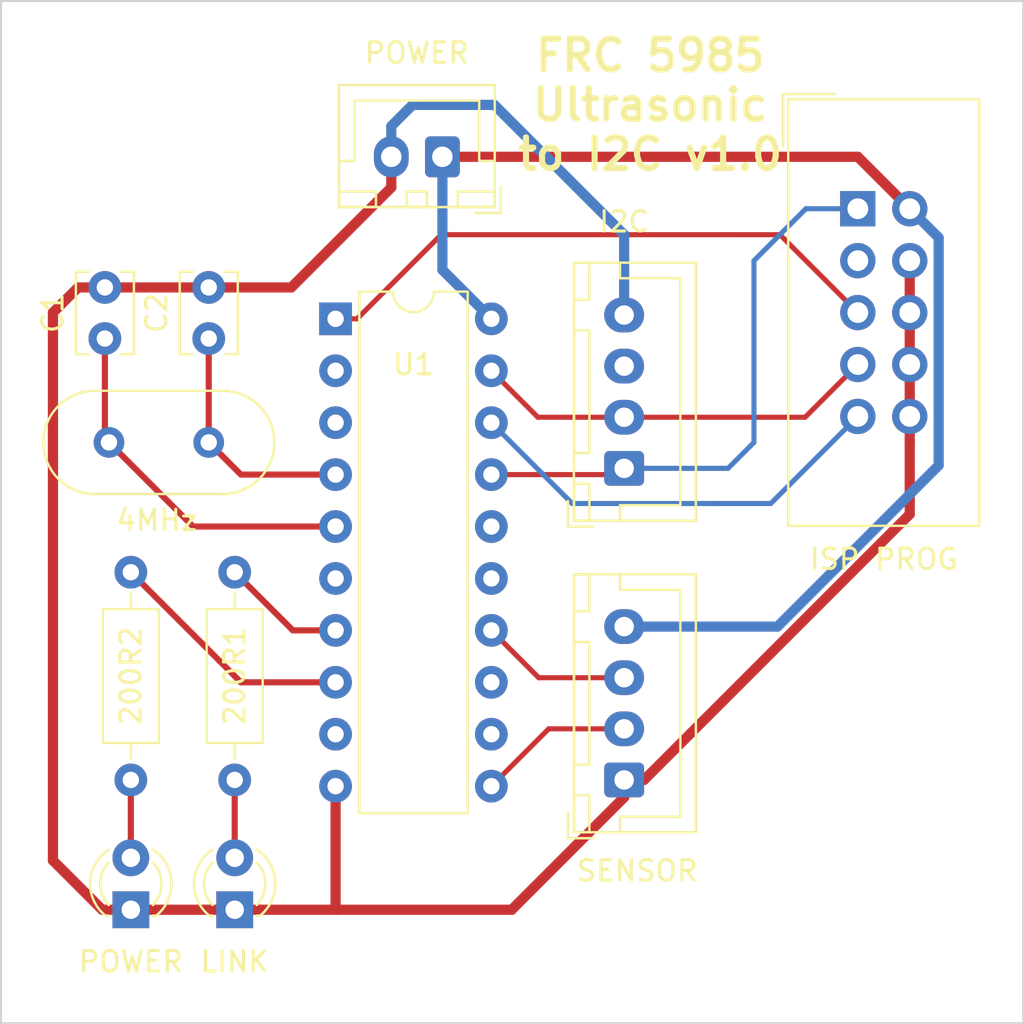
<source format=kicad_pcb>
(kicad_pcb (version 20171130) (host pcbnew "(5.1.5)-3")

  (general
    (thickness 1.6)
    (drawings 5)
    (tracks 78)
    (zones 0)
    (modules 14)
    (nets 25)
  )

  (page A4)
  (layers
    (0 F.Cu signal)
    (31 B.Cu signal)
    (32 B.Adhes user)
    (33 F.Adhes user)
    (34 B.Paste user)
    (35 F.Paste user)
    (36 B.SilkS user)
    (37 F.SilkS user)
    (38 B.Mask user)
    (39 F.Mask user)
    (40 Dwgs.User user)
    (41 Cmts.User user)
    (42 Eco1.User user)
    (43 Eco2.User user)
    (44 Edge.Cuts user)
    (45 Margin user)
    (46 B.CrtYd user)
    (47 F.CrtYd user)
    (48 B.Fab user)
    (49 F.Fab user hide)
  )

  (setup
    (last_trace_width 0.5)
    (user_trace_width 0.5)
    (trace_clearance 0.3)
    (zone_clearance 0.508)
    (zone_45_only no)
    (trace_min 0.2)
    (via_size 0.8)
    (via_drill 0.4)
    (via_min_size 0.7)
    (via_min_drill 0.35)
    (uvia_size 0.8)
    (uvia_drill 0.4)
    (uvias_allowed no)
    (uvia_min_size 0.7)
    (uvia_min_drill 0.35)
    (edge_width 0.05)
    (segment_width 0.2)
    (pcb_text_width 0.3)
    (pcb_text_size 1.5 1.5)
    (mod_edge_width 0.12)
    (mod_text_size 1 1)
    (mod_text_width 0.15)
    (pad_size 3.2 3.2)
    (pad_drill 3.2)
    (pad_to_mask_clearance 0.051)
    (solder_mask_min_width 0.25)
    (aux_axis_origin 0 0)
    (visible_elements 7FFFFFFF)
    (pcbplotparams
      (layerselection 0x010f0_ffffffff)
      (usegerberextensions false)
      (usegerberattributes false)
      (usegerberadvancedattributes false)
      (creategerberjobfile false)
      (excludeedgelayer true)
      (linewidth 0.100000)
      (plotframeref false)
      (viasonmask false)
      (mode 1)
      (useauxorigin false)
      (hpglpennumber 1)
      (hpglpenspeed 20)
      (hpglpendiameter 15.000000)
      (psnegative false)
      (psa4output false)
      (plotreference true)
      (plotvalue true)
      (plotinvisibletext false)
      (padsonsilk false)
      (subtractmaskfromsilk false)
      (outputformat 1)
      (mirror false)
      (drillshape 0)
      (scaleselection 1)
      (outputdirectory "Gerber/"))
  )

  (net 0 "")
  (net 1 "Net-(200R1-Pad1)")
  (net 2 "Net-(200R1-Pad2)")
  (net 3 "Net-(200R2-Pad2)")
  (net 4 "Net-(200R2-Pad1)")
  (net 5 "Net-(4MHz1-Pad1)")
  (net 6 "Net-(4MHz1-Pad2)")
  (net 7 "Net-(I2C_Bus1-Pad1)")
  (net 8 "Net-(I2C_Bus1-Pad2)")
  (net 9 "Net-(I2C_Bus1-Pad3)")
  (net 10 GND)
  (net 11 +5V)
  (net 12 "Net-(J1-Pad3)")
  (net 13 "Net-(J1-Pad5)")
  (net 14 "Net-(J1-Pad9)")
  (net 15 "Net-(U1-Pad11)")
  (net 16 "Net-(U1-Pad2)")
  (net 17 "Net-(U1-Pad12)")
  (net 18 "Net-(U1-Pad3)")
  (net 19 "Net-(U1-Pad13)")
  (net 20 "Net-(U1-Pad14)")
  (net 21 "Net-(U1-Pad15)")
  (net 22 "Net-(U1-Pad6)")
  (net 23 "Net-(U1-Pad16)")
  (net 24 "Net-(U1-Pad9)")

  (net_class Default "This is the default net class."
    (clearance 0.3)
    (trace_width 0.3)
    (via_dia 0.8)
    (via_drill 0.4)
    (uvia_dia 0.8)
    (uvia_drill 0.4)
    (diff_pair_width 0.3)
    (diff_pair_gap 0.3)
    (add_net +5V)
    (add_net GND)
    (add_net "Net-(200R1-Pad1)")
    (add_net "Net-(200R1-Pad2)")
    (add_net "Net-(200R2-Pad1)")
    (add_net "Net-(200R2-Pad2)")
    (add_net "Net-(4MHz1-Pad1)")
    (add_net "Net-(4MHz1-Pad2)")
    (add_net "Net-(I2C_Bus1-Pad1)")
    (add_net "Net-(I2C_Bus1-Pad2)")
    (add_net "Net-(I2C_Bus1-Pad3)")
    (add_net "Net-(J1-Pad3)")
    (add_net "Net-(J1-Pad5)")
    (add_net "Net-(J1-Pad9)")
    (add_net "Net-(U1-Pad11)")
    (add_net "Net-(U1-Pad12)")
    (add_net "Net-(U1-Pad13)")
    (add_net "Net-(U1-Pad14)")
    (add_net "Net-(U1-Pad15)")
    (add_net "Net-(U1-Pad16)")
    (add_net "Net-(U1-Pad2)")
    (add_net "Net-(U1-Pad3)")
    (add_net "Net-(U1-Pad6)")
    (add_net "Net-(U1-Pad9)")
  )

  (module MountingHole:MountingHole_3.2mm_M3_DIN965 (layer F.Cu) (tedit 56D1B4CB) (tstamp 5E3F4DFE)
    (at 163.83 115.57)
    (descr "Mounting Hole 3.2mm, no annular, M3, DIN965")
    (tags "mounting hole 3.2mm no annular m3 din965")
    (attr virtual)
    (fp_text reference " " (at 0 -3.8) (layer F.SilkS)
      (effects (font (size 1 1) (thickness 0.15)))
    )
    (fp_text value MountingHole_3.2mm_M3_DIN965 (at 0 3.8) (layer F.Fab)
      (effects (font (size 1 1) (thickness 0.15)))
    )
    (fp_circle (center 0 0) (end 3.05 0) (layer F.CrtYd) (width 0.05))
    (fp_circle (center 0 0) (end 2.8 0) (layer Cmts.User) (width 0.15))
    (fp_text user %R (at 0.3 0) (layer F.Fab)
      (effects (font (size 1 1) (thickness 0.15)))
    )
    (pad 1 np_thru_hole circle (at 0 0) (size 3.2 3.2) (drill 3.2) (layers *.Cu *.Mask))
  )

  (module MountingHole:MountingHole_3.2mm_M3_DIN965 (layer F.Cu) (tedit 56D1B4CB) (tstamp 5E3F4DDA)
    (at 129.54 80.01)
    (descr "Mounting Hole 3.2mm, no annular, M3, DIN965")
    (tags "mounting hole 3.2mm no annular m3 din965")
    (attr virtual)
    (fp_text reference " " (at 0 -3.8) (layer F.SilkS)
      (effects (font (size 1 1) (thickness 0.15)))
    )
    (fp_text value MountingHole_3.2mm_M3_DIN965 (at 0 3.8) (layer F.Fab)
      (effects (font (size 1 1) (thickness 0.15)))
    )
    (fp_circle (center 0 0) (end 3.05 0) (layer F.CrtYd) (width 0.05))
    (fp_circle (center 0 0) (end 2.8 0) (layer Cmts.User) (width 0.15))
    (fp_text user %R (at 0.3 0) (layer F.Fab)
      (effects (font (size 1 1) (thickness 0.15)))
    )
    (pad 1 np_thru_hole circle (at 0 0) (size 3.2 3.2) (drill 3.2) (layers *.Cu *.Mask))
  )

  (module Resistor_THT:R_Axial_DIN0207_L6.3mm_D2.5mm_P10.16mm_Horizontal (layer F.Cu) (tedit 5AE5139B) (tstamp 5E3D42D8)
    (at 128.27 111.76 90)
    (descr "Resistor, Axial_DIN0207 series, Axial, Horizontal, pin pitch=10.16mm, 0.25W = 1/4W, length*diameter=6.3*2.5mm^2, http://cdn-reichelt.de/documents/datenblatt/B400/1_4W%23YAG.pdf")
    (tags "Resistor Axial_DIN0207 series Axial Horizontal pin pitch 10.16mm 0.25W = 1/4W length 6.3mm diameter 2.5mm")
    (path /5E3CADCA)
    (fp_text reference 200R2 (at 5.08 0 90) (layer F.SilkS)
      (effects (font (size 1 1) (thickness 0.15)))
    )
    (fp_text value R (at 5.08 2.37 90) (layer F.Fab)
      (effects (font (size 1 1) (thickness 0.15)))
    )
    (fp_text user %R (at 5.08 0 90) (layer F.Fab)
      (effects (font (size 1 1) (thickness 0.15)))
    )
    (fp_line (start 11.21 -1.5) (end -1.05 -1.5) (layer F.CrtYd) (width 0.05))
    (fp_line (start 11.21 1.5) (end 11.21 -1.5) (layer F.CrtYd) (width 0.05))
    (fp_line (start -1.05 1.5) (end 11.21 1.5) (layer F.CrtYd) (width 0.05))
    (fp_line (start -1.05 -1.5) (end -1.05 1.5) (layer F.CrtYd) (width 0.05))
    (fp_line (start 9.12 0) (end 8.35 0) (layer F.SilkS) (width 0.12))
    (fp_line (start 1.04 0) (end 1.81 0) (layer F.SilkS) (width 0.12))
    (fp_line (start 8.35 -1.37) (end 1.81 -1.37) (layer F.SilkS) (width 0.12))
    (fp_line (start 8.35 1.37) (end 8.35 -1.37) (layer F.SilkS) (width 0.12))
    (fp_line (start 1.81 1.37) (end 8.35 1.37) (layer F.SilkS) (width 0.12))
    (fp_line (start 1.81 -1.37) (end 1.81 1.37) (layer F.SilkS) (width 0.12))
    (fp_line (start 10.16 0) (end 8.23 0) (layer F.Fab) (width 0.1))
    (fp_line (start 0 0) (end 1.93 0) (layer F.Fab) (width 0.1))
    (fp_line (start 8.23 -1.25) (end 1.93 -1.25) (layer F.Fab) (width 0.1))
    (fp_line (start 8.23 1.25) (end 8.23 -1.25) (layer F.Fab) (width 0.1))
    (fp_line (start 1.93 1.25) (end 8.23 1.25) (layer F.Fab) (width 0.1))
    (fp_line (start 1.93 -1.25) (end 1.93 1.25) (layer F.Fab) (width 0.1))
    (pad 2 thru_hole oval (at 10.16 0 90) (size 1.6 1.6) (drill 0.8) (layers *.Cu *.Mask)
      (net 3 "Net-(200R2-Pad2)"))
    (pad 1 thru_hole circle (at 0 0 90) (size 1.6 1.6) (drill 0.8) (layers *.Cu *.Mask)
      (net 4 "Net-(200R2-Pad1)"))
    (model ${KISYS3DMOD}/Resistor_THT.3dshapes/R_Axial_DIN0207_L6.3mm_D2.5mm_P10.16mm_Horizontal.wrl
      (at (xyz 0 0 0))
      (scale (xyz 1 1 1))
      (rotate (xyz 0 0 0))
    )
  )

  (module Resistor_THT:R_Axial_DIN0207_L6.3mm_D2.5mm_P10.16mm_Horizontal (layer F.Cu) (tedit 5AE5139B) (tstamp 5E3D42C1)
    (at 133.35 111.76 90)
    (descr "Resistor, Axial_DIN0207 series, Axial, Horizontal, pin pitch=10.16mm, 0.25W = 1/4W, length*diameter=6.3*2.5mm^2, http://cdn-reichelt.de/documents/datenblatt/B400/1_4W%23YAG.pdf")
    (tags "Resistor Axial_DIN0207 series Axial Horizontal pin pitch 10.16mm 0.25W = 1/4W length 6.3mm diameter 2.5mm")
    (path /5E3CA9F6)
    (fp_text reference 200R1 (at 5.08 0 90) (layer F.SilkS)
      (effects (font (size 1 1) (thickness 0.15)))
    )
    (fp_text value R (at 5.08 2.37 90) (layer F.Fab)
      (effects (font (size 1 1) (thickness 0.15)))
    )
    (fp_line (start 1.93 -1.25) (end 1.93 1.25) (layer F.Fab) (width 0.1))
    (fp_line (start 1.93 1.25) (end 8.23 1.25) (layer F.Fab) (width 0.1))
    (fp_line (start 8.23 1.25) (end 8.23 -1.25) (layer F.Fab) (width 0.1))
    (fp_line (start 8.23 -1.25) (end 1.93 -1.25) (layer F.Fab) (width 0.1))
    (fp_line (start 0 0) (end 1.93 0) (layer F.Fab) (width 0.1))
    (fp_line (start 10.16 0) (end 8.23 0) (layer F.Fab) (width 0.1))
    (fp_line (start 1.81 -1.37) (end 1.81 1.37) (layer F.SilkS) (width 0.12))
    (fp_line (start 1.81 1.37) (end 8.35 1.37) (layer F.SilkS) (width 0.12))
    (fp_line (start 8.35 1.37) (end 8.35 -1.37) (layer F.SilkS) (width 0.12))
    (fp_line (start 8.35 -1.37) (end 1.81 -1.37) (layer F.SilkS) (width 0.12))
    (fp_line (start 1.04 0) (end 1.81 0) (layer F.SilkS) (width 0.12))
    (fp_line (start 9.12 0) (end 8.35 0) (layer F.SilkS) (width 0.12))
    (fp_line (start -1.05 -1.5) (end -1.05 1.5) (layer F.CrtYd) (width 0.05))
    (fp_line (start -1.05 1.5) (end 11.21 1.5) (layer F.CrtYd) (width 0.05))
    (fp_line (start 11.21 1.5) (end 11.21 -1.5) (layer F.CrtYd) (width 0.05))
    (fp_line (start 11.21 -1.5) (end -1.05 -1.5) (layer F.CrtYd) (width 0.05))
    (fp_text user %R (at 5.08 0 90) (layer F.Fab)
      (effects (font (size 1 1) (thickness 0.15)))
    )
    (pad 1 thru_hole circle (at 0 0 90) (size 1.6 1.6) (drill 0.8) (layers *.Cu *.Mask)
      (net 1 "Net-(200R1-Pad1)"))
    (pad 2 thru_hole oval (at 10.16 0 90) (size 1.6 1.6) (drill 0.8) (layers *.Cu *.Mask)
      (net 2 "Net-(200R1-Pad2)"))
    (model ${KISYS3DMOD}/Resistor_THT.3dshapes/R_Axial_DIN0207_L6.3mm_D2.5mm_P10.16mm_Horizontal.wrl
      (at (xyz 0 0 0))
      (scale (xyz 1 1 1))
      (rotate (xyz 0 0 0))
    )
  )

  (module Crystal:Crystal_HC49-U_Vertical (layer F.Cu) (tedit 5A1AD3B8) (tstamp 5E3D42EF)
    (at 127.2 95.25)
    (descr "Crystal THT HC-49/U http://5hertz.com/pdfs/04404_D.pdf")
    (tags "THT crystalHC-49/U")
    (path /5E3C8580)
    (fp_text reference 4MHz (at 2.34 3.81) (layer F.SilkS)
      (effects (font (size 1 1) (thickness 0.15)))
    )
    (fp_text value Crystal (at 2.44 3.525) (layer F.Fab)
      (effects (font (size 1 1) (thickness 0.15)))
    )
    (fp_text user %R (at 2.44 0) (layer F.Fab)
      (effects (font (size 1 1) (thickness 0.15)))
    )
    (fp_line (start -0.685 -2.325) (end 5.565 -2.325) (layer F.Fab) (width 0.1))
    (fp_line (start -0.685 2.325) (end 5.565 2.325) (layer F.Fab) (width 0.1))
    (fp_line (start -0.56 -2) (end 5.44 -2) (layer F.Fab) (width 0.1))
    (fp_line (start -0.56 2) (end 5.44 2) (layer F.Fab) (width 0.1))
    (fp_line (start -0.685 -2.525) (end 5.565 -2.525) (layer F.SilkS) (width 0.12))
    (fp_line (start -0.685 2.525) (end 5.565 2.525) (layer F.SilkS) (width 0.12))
    (fp_line (start -3.5 -2.8) (end -3.5 2.8) (layer F.CrtYd) (width 0.05))
    (fp_line (start -3.5 2.8) (end 8.4 2.8) (layer F.CrtYd) (width 0.05))
    (fp_line (start 8.4 2.8) (end 8.4 -2.8) (layer F.CrtYd) (width 0.05))
    (fp_line (start 8.4 -2.8) (end -3.5 -2.8) (layer F.CrtYd) (width 0.05))
    (fp_arc (start -0.685 0) (end -0.685 -2.325) (angle -180) (layer F.Fab) (width 0.1))
    (fp_arc (start 5.565 0) (end 5.565 -2.325) (angle 180) (layer F.Fab) (width 0.1))
    (fp_arc (start -0.56 0) (end -0.56 -2) (angle -180) (layer F.Fab) (width 0.1))
    (fp_arc (start 5.44 0) (end 5.44 -2) (angle 180) (layer F.Fab) (width 0.1))
    (fp_arc (start -0.685 0) (end -0.685 -2.525) (angle -180) (layer F.SilkS) (width 0.12))
    (fp_arc (start 5.565 0) (end 5.565 -2.525) (angle 180) (layer F.SilkS) (width 0.12))
    (pad 1 thru_hole circle (at 0 0) (size 1.5 1.5) (drill 0.8) (layers *.Cu *.Mask)
      (net 5 "Net-(4MHz1-Pad1)"))
    (pad 2 thru_hole circle (at 4.88 0) (size 1.5 1.5) (drill 0.8) (layers *.Cu *.Mask)
      (net 6 "Net-(4MHz1-Pad2)"))
    (model ${KISYS3DMOD}/Crystal.3dshapes/Crystal_HC49-U_Vertical.wrl
      (at (xyz 0 0 0))
      (scale (xyz 1 1 1))
      (rotate (xyz 0 0 0))
    )
  )

  (module Capacitor_THT:C_Disc_D3.8mm_W2.6mm_P2.50mm (layer F.Cu) (tedit 5AE50EF0) (tstamp 5E3D4304)
    (at 127 90.17 90)
    (descr "C, Disc series, Radial, pin pitch=2.50mm, , diameter*width=3.8*2.6mm^2, Capacitor, http://www.vishay.com/docs/45233/krseries.pdf")
    (tags "C Disc series Radial pin pitch 2.50mm  diameter 3.8mm width 2.6mm Capacitor")
    (path /5E3C8CC4)
    (fp_text reference C1 (at 1.25 -2.55 90) (layer F.SilkS)
      (effects (font (size 1 1) (thickness 0.15)))
    )
    (fp_text value C (at 1.25 2.55 90) (layer F.Fab)
      (effects (font (size 1 1) (thickness 0.15)))
    )
    (fp_line (start -0.65 -1.3) (end -0.65 1.3) (layer F.Fab) (width 0.1))
    (fp_line (start -0.65 1.3) (end 3.15 1.3) (layer F.Fab) (width 0.1))
    (fp_line (start 3.15 1.3) (end 3.15 -1.3) (layer F.Fab) (width 0.1))
    (fp_line (start 3.15 -1.3) (end -0.65 -1.3) (layer F.Fab) (width 0.1))
    (fp_line (start -0.77 -1.42) (end 3.27 -1.42) (layer F.SilkS) (width 0.12))
    (fp_line (start -0.77 1.42) (end 3.27 1.42) (layer F.SilkS) (width 0.12))
    (fp_line (start -0.77 -1.42) (end -0.77 -0.795) (layer F.SilkS) (width 0.12))
    (fp_line (start -0.77 0.795) (end -0.77 1.42) (layer F.SilkS) (width 0.12))
    (fp_line (start 3.27 -1.42) (end 3.27 -0.795) (layer F.SilkS) (width 0.12))
    (fp_line (start 3.27 0.795) (end 3.27 1.42) (layer F.SilkS) (width 0.12))
    (fp_line (start -1.05 -1.55) (end -1.05 1.55) (layer F.CrtYd) (width 0.05))
    (fp_line (start -1.05 1.55) (end 3.55 1.55) (layer F.CrtYd) (width 0.05))
    (fp_line (start 3.55 1.55) (end 3.55 -1.55) (layer F.CrtYd) (width 0.05))
    (fp_line (start 3.55 -1.55) (end -1.05 -1.55) (layer F.CrtYd) (width 0.05))
    (fp_text user %R (at 1.25 0 90) (layer F.Fab)
      (effects (font (size 0.76 0.76) (thickness 0.114)))
    )
    (pad 1 thru_hole circle (at 0 0 90) (size 1.6 1.6) (drill 0.8) (layers *.Cu *.Mask)
      (net 5 "Net-(4MHz1-Pad1)"))
    (pad 2 thru_hole circle (at 2.5 0 90) (size 1.6 1.6) (drill 0.8) (layers *.Cu *.Mask)
      (net 10 GND))
    (model ${KISYS3DMOD}/Capacitor_THT.3dshapes/C_Disc_D3.8mm_W2.6mm_P2.50mm.wrl
      (at (xyz 0 0 0))
      (scale (xyz 1 1 1))
      (rotate (xyz 0 0 0))
    )
  )

  (module Capacitor_THT:C_Disc_D3.8mm_W2.6mm_P2.50mm (layer F.Cu) (tedit 5AE50EF0) (tstamp 5E3D4319)
    (at 132.08 90.17 90)
    (descr "C, Disc series, Radial, pin pitch=2.50mm, , diameter*width=3.8*2.6mm^2, Capacitor, http://www.vishay.com/docs/45233/krseries.pdf")
    (tags "C Disc series Radial pin pitch 2.50mm  diameter 3.8mm width 2.6mm Capacitor")
    (path /5E3C9297)
    (fp_text reference C2 (at 1.25 -2.55 90) (layer F.SilkS)
      (effects (font (size 1 1) (thickness 0.15)))
    )
    (fp_text value C (at 1.25 2.55 90) (layer F.Fab)
      (effects (font (size 1 1) (thickness 0.15)))
    )
    (fp_text user %R (at 1.25 0 90) (layer F.Fab)
      (effects (font (size 0.76 0.76) (thickness 0.114)))
    )
    (fp_line (start 3.55 -1.55) (end -1.05 -1.55) (layer F.CrtYd) (width 0.05))
    (fp_line (start 3.55 1.55) (end 3.55 -1.55) (layer F.CrtYd) (width 0.05))
    (fp_line (start -1.05 1.55) (end 3.55 1.55) (layer F.CrtYd) (width 0.05))
    (fp_line (start -1.05 -1.55) (end -1.05 1.55) (layer F.CrtYd) (width 0.05))
    (fp_line (start 3.27 0.795) (end 3.27 1.42) (layer F.SilkS) (width 0.12))
    (fp_line (start 3.27 -1.42) (end 3.27 -0.795) (layer F.SilkS) (width 0.12))
    (fp_line (start -0.77 0.795) (end -0.77 1.42) (layer F.SilkS) (width 0.12))
    (fp_line (start -0.77 -1.42) (end -0.77 -0.795) (layer F.SilkS) (width 0.12))
    (fp_line (start -0.77 1.42) (end 3.27 1.42) (layer F.SilkS) (width 0.12))
    (fp_line (start -0.77 -1.42) (end 3.27 -1.42) (layer F.SilkS) (width 0.12))
    (fp_line (start 3.15 -1.3) (end -0.65 -1.3) (layer F.Fab) (width 0.1))
    (fp_line (start 3.15 1.3) (end 3.15 -1.3) (layer F.Fab) (width 0.1))
    (fp_line (start -0.65 1.3) (end 3.15 1.3) (layer F.Fab) (width 0.1))
    (fp_line (start -0.65 -1.3) (end -0.65 1.3) (layer F.Fab) (width 0.1))
    (pad 2 thru_hole circle (at 2.5 0 90) (size 1.6 1.6) (drill 0.8) (layers *.Cu *.Mask)
      (net 10 GND))
    (pad 1 thru_hole circle (at 0 0 90) (size 1.6 1.6) (drill 0.8) (layers *.Cu *.Mask)
      (net 6 "Net-(4MHz1-Pad2)"))
    (model ${KISYS3DMOD}/Capacitor_THT.3dshapes/C_Disc_D3.8mm_W2.6mm_P2.50mm.wrl
      (at (xyz 0 0 0))
      (scale (xyz 1 1 1))
      (rotate (xyz 0 0 0))
    )
  )

  (module Connector_JST:JST_XH_B4B-XH-A_1x04_P2.50mm_Vertical (layer F.Cu) (tedit 5C28146C) (tstamp 5E3D4344)
    (at 152.4 96.52 90)
    (descr "JST XH series connector, B4B-XH-A (http://www.jst-mfg.com/product/pdf/eng/eXH.pdf), generated with kicad-footprint-generator")
    (tags "connector JST XH vertical")
    (path /5E3CC5F9)
    (fp_text reference I2C (at 12.065 0 180) (layer F.SilkS)
      (effects (font (size 1 1) (thickness 0.15)))
    )
    (fp_text value Conn_01x04_Male (at 3.75 4.6 90) (layer F.Fab)
      (effects (font (size 1 1) (thickness 0.15)))
    )
    (fp_line (start -2.45 -2.35) (end -2.45 3.4) (layer F.Fab) (width 0.1))
    (fp_line (start -2.45 3.4) (end 9.95 3.4) (layer F.Fab) (width 0.1))
    (fp_line (start 9.95 3.4) (end 9.95 -2.35) (layer F.Fab) (width 0.1))
    (fp_line (start 9.95 -2.35) (end -2.45 -2.35) (layer F.Fab) (width 0.1))
    (fp_line (start -2.56 -2.46) (end -2.56 3.51) (layer F.SilkS) (width 0.12))
    (fp_line (start -2.56 3.51) (end 10.06 3.51) (layer F.SilkS) (width 0.12))
    (fp_line (start 10.06 3.51) (end 10.06 -2.46) (layer F.SilkS) (width 0.12))
    (fp_line (start 10.06 -2.46) (end -2.56 -2.46) (layer F.SilkS) (width 0.12))
    (fp_line (start -2.95 -2.85) (end -2.95 3.9) (layer F.CrtYd) (width 0.05))
    (fp_line (start -2.95 3.9) (end 10.45 3.9) (layer F.CrtYd) (width 0.05))
    (fp_line (start 10.45 3.9) (end 10.45 -2.85) (layer F.CrtYd) (width 0.05))
    (fp_line (start 10.45 -2.85) (end -2.95 -2.85) (layer F.CrtYd) (width 0.05))
    (fp_line (start -0.625 -2.35) (end 0 -1.35) (layer F.Fab) (width 0.1))
    (fp_line (start 0 -1.35) (end 0.625 -2.35) (layer F.Fab) (width 0.1))
    (fp_line (start 0.75 -2.45) (end 0.75 -1.7) (layer F.SilkS) (width 0.12))
    (fp_line (start 0.75 -1.7) (end 6.75 -1.7) (layer F.SilkS) (width 0.12))
    (fp_line (start 6.75 -1.7) (end 6.75 -2.45) (layer F.SilkS) (width 0.12))
    (fp_line (start 6.75 -2.45) (end 0.75 -2.45) (layer F.SilkS) (width 0.12))
    (fp_line (start -2.55 -2.45) (end -2.55 -1.7) (layer F.SilkS) (width 0.12))
    (fp_line (start -2.55 -1.7) (end -0.75 -1.7) (layer F.SilkS) (width 0.12))
    (fp_line (start -0.75 -1.7) (end -0.75 -2.45) (layer F.SilkS) (width 0.12))
    (fp_line (start -0.75 -2.45) (end -2.55 -2.45) (layer F.SilkS) (width 0.12))
    (fp_line (start 8.25 -2.45) (end 8.25 -1.7) (layer F.SilkS) (width 0.12))
    (fp_line (start 8.25 -1.7) (end 10.05 -1.7) (layer F.SilkS) (width 0.12))
    (fp_line (start 10.05 -1.7) (end 10.05 -2.45) (layer F.SilkS) (width 0.12))
    (fp_line (start 10.05 -2.45) (end 8.25 -2.45) (layer F.SilkS) (width 0.12))
    (fp_line (start -2.55 -0.2) (end -1.8 -0.2) (layer F.SilkS) (width 0.12))
    (fp_line (start -1.8 -0.2) (end -1.8 2.75) (layer F.SilkS) (width 0.12))
    (fp_line (start -1.8 2.75) (end 3.75 2.75) (layer F.SilkS) (width 0.12))
    (fp_line (start 10.05 -0.2) (end 9.3 -0.2) (layer F.SilkS) (width 0.12))
    (fp_line (start 9.3 -0.2) (end 9.3 2.75) (layer F.SilkS) (width 0.12))
    (fp_line (start 9.3 2.75) (end 3.75 2.75) (layer F.SilkS) (width 0.12))
    (fp_line (start -1.6 -2.75) (end -2.85 -2.75) (layer F.SilkS) (width 0.12))
    (fp_line (start -2.85 -2.75) (end -2.85 -1.5) (layer F.SilkS) (width 0.12))
    (fp_text user %R (at 3.75 2.7 90) (layer F.Fab)
      (effects (font (size 1 1) (thickness 0.15)))
    )
    (pad 1 thru_hole roundrect (at 0 0 90) (size 1.7 1.95) (drill 0.95) (layers *.Cu *.Mask) (roundrect_rratio 0.147059)
      (net 7 "Net-(I2C_Bus1-Pad1)"))
    (pad 2 thru_hole oval (at 2.5 0 90) (size 1.7 1.95) (drill 0.95) (layers *.Cu *.Mask)
      (net 8 "Net-(I2C_Bus1-Pad2)"))
    (pad 3 thru_hole oval (at 5 0 90) (size 1.7 1.95) (drill 0.95) (layers *.Cu *.Mask)
      (net 9 "Net-(I2C_Bus1-Pad3)"))
    (pad 4 thru_hole oval (at 7.5 0 90) (size 1.7 1.95) (drill 0.95) (layers *.Cu *.Mask)
      (net 10 GND))
    (model ${KISYS3DMOD}/Connector_JST.3dshapes/JST_XH_B4B-XH-A_1x04_P2.50mm_Vertical.wrl
      (at (xyz 0 0 0))
      (scale (xyz 1 1 1))
      (rotate (xyz 0 0 0))
    )
  )

  (module Connector_IDC:IDC-Header_2x05_P2.54mm_Vertical (layer F.Cu) (tedit 59DE0611) (tstamp 5E3D436C)
    (at 163.83 83.82)
    (descr "Through hole straight IDC box header, 2x05, 2.54mm pitch, double rows")
    (tags "Through hole IDC box header THT 2x05 2.54mm double row")
    (path /5E3CB7BB)
    (fp_text reference "ISP PROG" (at 1.27 17.145) (layer F.SilkS)
      (effects (font (size 1 1) (thickness 0.15)))
    )
    (fp_text value AVR-ISP-10 (at 1.27 16.764) (layer F.Fab)
      (effects (font (size 1 1) (thickness 0.15)))
    )
    (fp_text user %R (at 1.27 5.08) (layer F.Fab)
      (effects (font (size 1 1) (thickness 0.15)))
    )
    (fp_line (start 5.695 -5.1) (end 5.695 15.26) (layer F.Fab) (width 0.1))
    (fp_line (start 5.145 -4.56) (end 5.145 14.7) (layer F.Fab) (width 0.1))
    (fp_line (start -3.155 -5.1) (end -3.155 15.26) (layer F.Fab) (width 0.1))
    (fp_line (start -2.605 -4.56) (end -2.605 2.83) (layer F.Fab) (width 0.1))
    (fp_line (start -2.605 7.33) (end -2.605 14.7) (layer F.Fab) (width 0.1))
    (fp_line (start -2.605 2.83) (end -3.155 2.83) (layer F.Fab) (width 0.1))
    (fp_line (start -2.605 7.33) (end -3.155 7.33) (layer F.Fab) (width 0.1))
    (fp_line (start 5.695 -5.1) (end -3.155 -5.1) (layer F.Fab) (width 0.1))
    (fp_line (start 5.145 -4.56) (end -2.605 -4.56) (layer F.Fab) (width 0.1))
    (fp_line (start 5.695 15.26) (end -3.155 15.26) (layer F.Fab) (width 0.1))
    (fp_line (start 5.145 14.7) (end -2.605 14.7) (layer F.Fab) (width 0.1))
    (fp_line (start 5.695 -5.1) (end 5.145 -4.56) (layer F.Fab) (width 0.1))
    (fp_line (start 5.695 15.26) (end 5.145 14.7) (layer F.Fab) (width 0.1))
    (fp_line (start -3.155 -5.1) (end -2.605 -4.56) (layer F.Fab) (width 0.1))
    (fp_line (start -3.155 15.26) (end -2.605 14.7) (layer F.Fab) (width 0.1))
    (fp_line (start 5.95 -5.35) (end 5.95 15.51) (layer F.CrtYd) (width 0.05))
    (fp_line (start 5.95 15.51) (end -3.41 15.51) (layer F.CrtYd) (width 0.05))
    (fp_line (start -3.41 15.51) (end -3.41 -5.35) (layer F.CrtYd) (width 0.05))
    (fp_line (start -3.41 -5.35) (end 5.95 -5.35) (layer F.CrtYd) (width 0.05))
    (fp_line (start 5.945 -5.35) (end 5.945 15.51) (layer F.SilkS) (width 0.12))
    (fp_line (start 5.945 15.51) (end -3.405 15.51) (layer F.SilkS) (width 0.12))
    (fp_line (start -3.405 15.51) (end -3.405 -5.35) (layer F.SilkS) (width 0.12))
    (fp_line (start -3.405 -5.35) (end 5.945 -5.35) (layer F.SilkS) (width 0.12))
    (fp_line (start -3.655 -5.6) (end -3.655 -3.06) (layer F.SilkS) (width 0.12))
    (fp_line (start -3.655 -5.6) (end -1.115 -5.6) (layer F.SilkS) (width 0.12))
    (pad 1 thru_hole rect (at 0 0) (size 1.7272 1.7272) (drill 1.016) (layers *.Cu *.Mask)
      (net 7 "Net-(I2C_Bus1-Pad1)"))
    (pad 2 thru_hole oval (at 2.54 0) (size 1.7272 1.7272) (drill 1.016) (layers *.Cu *.Mask)
      (net 11 +5V))
    (pad 3 thru_hole oval (at 0 2.54) (size 1.7272 1.7272) (drill 1.016) (layers *.Cu *.Mask)
      (net 12 "Net-(J1-Pad3)"))
    (pad 4 thru_hole oval (at 2.54 2.54) (size 1.7272 1.7272) (drill 1.016) (layers *.Cu *.Mask)
      (net 10 GND))
    (pad 5 thru_hole oval (at 0 5.08) (size 1.7272 1.7272) (drill 1.016) (layers *.Cu *.Mask)
      (net 13 "Net-(J1-Pad5)"))
    (pad 6 thru_hole oval (at 2.54 5.08) (size 1.7272 1.7272) (drill 1.016) (layers *.Cu *.Mask)
      (net 10 GND))
    (pad 7 thru_hole oval (at 0 7.62) (size 1.7272 1.7272) (drill 1.016) (layers *.Cu *.Mask)
      (net 8 "Net-(I2C_Bus1-Pad2)"))
    (pad 8 thru_hole oval (at 2.54 7.62) (size 1.7272 1.7272) (drill 1.016) (layers *.Cu *.Mask)
      (net 10 GND))
    (pad 9 thru_hole oval (at 0 10.16) (size 1.7272 1.7272) (drill 1.016) (layers *.Cu *.Mask)
      (net 14 "Net-(J1-Pad9)"))
    (pad 10 thru_hole oval (at 2.54 10.16) (size 1.7272 1.7272) (drill 1.016) (layers *.Cu *.Mask)
      (net 10 GND))
    (model ${KISYS3DMOD}/Connector_IDC.3dshapes/IDC-Header_2x05_P2.54mm_Vertical.wrl
      (at (xyz 0 0 0))
      (scale (xyz 1 1 1))
      (rotate (xyz 0 0 0))
    )
  )

  (module LED_THT:LED_D3.0mm (layer F.Cu) (tedit 587A3A7B) (tstamp 5E3D437F)
    (at 133.35 118.11 90)
    (descr "LED, diameter 3.0mm, 2 pins")
    (tags "LED diameter 3.0mm 2 pins")
    (path /5E3C9AB4)
    (fp_text reference LINK (at -2.54 0 180) (layer F.SilkS)
      (effects (font (size 1 1) (thickness 0.15)))
    )
    (fp_text value "Yellow LED" (at 1.27 2.96 90) (layer F.Fab)
      (effects (font (size 1 1) (thickness 0.15)))
    )
    (fp_arc (start 1.27 0) (end -0.23 -1.16619) (angle 284.3) (layer F.Fab) (width 0.1))
    (fp_arc (start 1.27 0) (end -0.29 -1.235516) (angle 108.8) (layer F.SilkS) (width 0.12))
    (fp_arc (start 1.27 0) (end -0.29 1.235516) (angle -108.8) (layer F.SilkS) (width 0.12))
    (fp_arc (start 1.27 0) (end 0.229039 -1.08) (angle 87.9) (layer F.SilkS) (width 0.12))
    (fp_arc (start 1.27 0) (end 0.229039 1.08) (angle -87.9) (layer F.SilkS) (width 0.12))
    (fp_circle (center 1.27 0) (end 2.77 0) (layer F.Fab) (width 0.1))
    (fp_line (start -0.23 -1.16619) (end -0.23 1.16619) (layer F.Fab) (width 0.1))
    (fp_line (start -0.29 -1.236) (end -0.29 -1.08) (layer F.SilkS) (width 0.12))
    (fp_line (start -0.29 1.08) (end -0.29 1.236) (layer F.SilkS) (width 0.12))
    (fp_line (start -1.15 -2.25) (end -1.15 2.25) (layer F.CrtYd) (width 0.05))
    (fp_line (start -1.15 2.25) (end 3.7 2.25) (layer F.CrtYd) (width 0.05))
    (fp_line (start 3.7 2.25) (end 3.7 -2.25) (layer F.CrtYd) (width 0.05))
    (fp_line (start 3.7 -2.25) (end -1.15 -2.25) (layer F.CrtYd) (width 0.05))
    (pad 1 thru_hole rect (at 0 0 90) (size 1.8 1.8) (drill 0.9) (layers *.Cu *.Mask)
      (net 10 GND))
    (pad 2 thru_hole circle (at 2.54 0 90) (size 1.8 1.8) (drill 0.9) (layers *.Cu *.Mask)
      (net 1 "Net-(200R1-Pad1)"))
    (model ${KISYS3DMOD}/LED_THT.3dshapes/LED_D3.0mm.wrl
      (at (xyz 0 0 0))
      (scale (xyz 1 1 1))
      (rotate (xyz 0 0 0))
    )
  )

  (module Connector_JST:JST_XH_B2B-XH-A_1x02_P2.50mm_Vertical (layer F.Cu) (tedit 5C28146C) (tstamp 5E3D43A8)
    (at 143.51 81.28 180)
    (descr "JST XH series connector, B2B-XH-A (http://www.jst-mfg.com/product/pdf/eng/eXH.pdf), generated with kicad-footprint-generator")
    (tags "connector JST XH vertical")
    (path /5E3CC021)
    (fp_text reference POWER (at 1.25 5.08) (layer F.SilkS)
      (effects (font (size 1 1) (thickness 0.15)))
    )
    (fp_text value Conn_01x02_Male (at 1.25 4.6) (layer F.Fab)
      (effects (font (size 1 1) (thickness 0.15)))
    )
    (fp_line (start -2.45 -2.35) (end -2.45 3.4) (layer F.Fab) (width 0.1))
    (fp_line (start -2.45 3.4) (end 4.95 3.4) (layer F.Fab) (width 0.1))
    (fp_line (start 4.95 3.4) (end 4.95 -2.35) (layer F.Fab) (width 0.1))
    (fp_line (start 4.95 -2.35) (end -2.45 -2.35) (layer F.Fab) (width 0.1))
    (fp_line (start -2.56 -2.46) (end -2.56 3.51) (layer F.SilkS) (width 0.12))
    (fp_line (start -2.56 3.51) (end 5.06 3.51) (layer F.SilkS) (width 0.12))
    (fp_line (start 5.06 3.51) (end 5.06 -2.46) (layer F.SilkS) (width 0.12))
    (fp_line (start 5.06 -2.46) (end -2.56 -2.46) (layer F.SilkS) (width 0.12))
    (fp_line (start -2.95 -2.85) (end -2.95 3.9) (layer F.CrtYd) (width 0.05))
    (fp_line (start -2.95 3.9) (end 5.45 3.9) (layer F.CrtYd) (width 0.05))
    (fp_line (start 5.45 3.9) (end 5.45 -2.85) (layer F.CrtYd) (width 0.05))
    (fp_line (start 5.45 -2.85) (end -2.95 -2.85) (layer F.CrtYd) (width 0.05))
    (fp_line (start -0.625 -2.35) (end 0 -1.35) (layer F.Fab) (width 0.1))
    (fp_line (start 0 -1.35) (end 0.625 -2.35) (layer F.Fab) (width 0.1))
    (fp_line (start 0.75 -2.45) (end 0.75 -1.7) (layer F.SilkS) (width 0.12))
    (fp_line (start 0.75 -1.7) (end 1.75 -1.7) (layer F.SilkS) (width 0.12))
    (fp_line (start 1.75 -1.7) (end 1.75 -2.45) (layer F.SilkS) (width 0.12))
    (fp_line (start 1.75 -2.45) (end 0.75 -2.45) (layer F.SilkS) (width 0.12))
    (fp_line (start -2.55 -2.45) (end -2.55 -1.7) (layer F.SilkS) (width 0.12))
    (fp_line (start -2.55 -1.7) (end -0.75 -1.7) (layer F.SilkS) (width 0.12))
    (fp_line (start -0.75 -1.7) (end -0.75 -2.45) (layer F.SilkS) (width 0.12))
    (fp_line (start -0.75 -2.45) (end -2.55 -2.45) (layer F.SilkS) (width 0.12))
    (fp_line (start 3.25 -2.45) (end 3.25 -1.7) (layer F.SilkS) (width 0.12))
    (fp_line (start 3.25 -1.7) (end 5.05 -1.7) (layer F.SilkS) (width 0.12))
    (fp_line (start 5.05 -1.7) (end 5.05 -2.45) (layer F.SilkS) (width 0.12))
    (fp_line (start 5.05 -2.45) (end 3.25 -2.45) (layer F.SilkS) (width 0.12))
    (fp_line (start -2.55 -0.2) (end -1.8 -0.2) (layer F.SilkS) (width 0.12))
    (fp_line (start -1.8 -0.2) (end -1.8 2.75) (layer F.SilkS) (width 0.12))
    (fp_line (start -1.8 2.75) (end 1.25 2.75) (layer F.SilkS) (width 0.12))
    (fp_line (start 5.05 -0.2) (end 4.3 -0.2) (layer F.SilkS) (width 0.12))
    (fp_line (start 4.3 -0.2) (end 4.3 2.75) (layer F.SilkS) (width 0.12))
    (fp_line (start 4.3 2.75) (end 1.25 2.75) (layer F.SilkS) (width 0.12))
    (fp_line (start -1.6 -2.75) (end -2.85 -2.75) (layer F.SilkS) (width 0.12))
    (fp_line (start -2.85 -2.75) (end -2.85 -1.5) (layer F.SilkS) (width 0.12))
    (fp_text user %R (at 1.25 2.7) (layer F.Fab)
      (effects (font (size 1 1) (thickness 0.15)))
    )
    (pad 1 thru_hole roundrect (at 0 0 180) (size 1.7 2) (drill 1) (layers *.Cu *.Mask) (roundrect_rratio 0.147059)
      (net 11 +5V))
    (pad 2 thru_hole oval (at 2.5 0 180) (size 1.7 2) (drill 1) (layers *.Cu *.Mask)
      (net 10 GND))
    (model ${KISYS3DMOD}/Connector_JST.3dshapes/JST_XH_B2B-XH-A_1x02_P2.50mm_Vertical.wrl
      (at (xyz 0 0 0))
      (scale (xyz 1 1 1))
      (rotate (xyz 0 0 0))
    )
  )

  (module LED_THT:LED_D3.0mm (layer F.Cu) (tedit 587A3A7B) (tstamp 5E3D43BB)
    (at 128.27 118.11 90)
    (descr "LED, diameter 3.0mm, 2 pins")
    (tags "LED diameter 3.0mm 2 pins")
    (path /5E3CA3D1)
    (fp_text reference POWER (at -2.54 0 180) (layer F.SilkS)
      (effects (font (size 1 1) (thickness 0.15)))
    )
    (fp_text value "Red LED" (at 1.27 2.96 90) (layer F.Fab)
      (effects (font (size 1 1) (thickness 0.15)))
    )
    (fp_line (start 3.7 -2.25) (end -1.15 -2.25) (layer F.CrtYd) (width 0.05))
    (fp_line (start 3.7 2.25) (end 3.7 -2.25) (layer F.CrtYd) (width 0.05))
    (fp_line (start -1.15 2.25) (end 3.7 2.25) (layer F.CrtYd) (width 0.05))
    (fp_line (start -1.15 -2.25) (end -1.15 2.25) (layer F.CrtYd) (width 0.05))
    (fp_line (start -0.29 1.08) (end -0.29 1.236) (layer F.SilkS) (width 0.12))
    (fp_line (start -0.29 -1.236) (end -0.29 -1.08) (layer F.SilkS) (width 0.12))
    (fp_line (start -0.23 -1.16619) (end -0.23 1.16619) (layer F.Fab) (width 0.1))
    (fp_circle (center 1.27 0) (end 2.77 0) (layer F.Fab) (width 0.1))
    (fp_arc (start 1.27 0) (end 0.229039 1.08) (angle -87.9) (layer F.SilkS) (width 0.12))
    (fp_arc (start 1.27 0) (end 0.229039 -1.08) (angle 87.9) (layer F.SilkS) (width 0.12))
    (fp_arc (start 1.27 0) (end -0.29 1.235516) (angle -108.8) (layer F.SilkS) (width 0.12))
    (fp_arc (start 1.27 0) (end -0.29 -1.235516) (angle 108.8) (layer F.SilkS) (width 0.12))
    (fp_arc (start 1.27 0) (end -0.23 -1.16619) (angle 284.3) (layer F.Fab) (width 0.1))
    (pad 2 thru_hole circle (at 2.54 0 90) (size 1.8 1.8) (drill 0.9) (layers *.Cu *.Mask)
      (net 4 "Net-(200R2-Pad1)"))
    (pad 1 thru_hole rect (at 0 0 90) (size 1.8 1.8) (drill 0.9) (layers *.Cu *.Mask)
      (net 10 GND))
    (model ${KISYS3DMOD}/LED_THT.3dshapes/LED_D3.0mm.wrl
      (at (xyz 0 0 0))
      (scale (xyz 1 1 1))
      (rotate (xyz 0 0 0))
    )
  )

  (module Package_DIP:DIP-20_W7.62mm (layer F.Cu) (tedit 5A02E8C5) (tstamp 5E3D43E3)
    (at 138.285001 89.205001)
    (descr "20-lead though-hole mounted DIP package, row spacing 7.62 mm (300 mils)")
    (tags "THT DIP DIL PDIP 2.54mm 7.62mm 300mil")
    (path /5E3C7A5C)
    (fp_text reference U1 (at 3.81 2.234999) (layer F.SilkS)
      (effects (font (size 1 1) (thickness 0.15)))
    )
    (fp_text value ATtiny2313-20PU (at 3.81 25.19) (layer F.Fab)
      (effects (font (size 1 1) (thickness 0.15)))
    )
    (fp_arc (start 3.81 -1.33) (end 2.81 -1.33) (angle -180) (layer F.SilkS) (width 0.12))
    (fp_line (start 1.635 -1.27) (end 6.985 -1.27) (layer F.Fab) (width 0.1))
    (fp_line (start 6.985 -1.27) (end 6.985 24.13) (layer F.Fab) (width 0.1))
    (fp_line (start 6.985 24.13) (end 0.635 24.13) (layer F.Fab) (width 0.1))
    (fp_line (start 0.635 24.13) (end 0.635 -0.27) (layer F.Fab) (width 0.1))
    (fp_line (start 0.635 -0.27) (end 1.635 -1.27) (layer F.Fab) (width 0.1))
    (fp_line (start 2.81 -1.33) (end 1.16 -1.33) (layer F.SilkS) (width 0.12))
    (fp_line (start 1.16 -1.33) (end 1.16 24.19) (layer F.SilkS) (width 0.12))
    (fp_line (start 1.16 24.19) (end 6.46 24.19) (layer F.SilkS) (width 0.12))
    (fp_line (start 6.46 24.19) (end 6.46 -1.33) (layer F.SilkS) (width 0.12))
    (fp_line (start 6.46 -1.33) (end 4.81 -1.33) (layer F.SilkS) (width 0.12))
    (fp_line (start -1.1 -1.55) (end -1.1 24.4) (layer F.CrtYd) (width 0.05))
    (fp_line (start -1.1 24.4) (end 8.7 24.4) (layer F.CrtYd) (width 0.05))
    (fp_line (start 8.7 24.4) (end 8.7 -1.55) (layer F.CrtYd) (width 0.05))
    (fp_line (start 8.7 -1.55) (end -1.1 -1.55) (layer F.CrtYd) (width 0.05))
    (fp_text user %R (at 3.81 11.43) (layer F.Fab)
      (effects (font (size 1 1) (thickness 0.15)))
    )
    (pad 1 thru_hole rect (at 0 0) (size 1.6 1.6) (drill 0.8) (layers *.Cu *.Mask)
      (net 13 "Net-(J1-Pad5)"))
    (pad 11 thru_hole oval (at 7.62 22.86) (size 1.6 1.6) (drill 0.8) (layers *.Cu *.Mask)
      (net 15 "Net-(U1-Pad11)"))
    (pad 2 thru_hole oval (at 0 2.54) (size 1.6 1.6) (drill 0.8) (layers *.Cu *.Mask)
      (net 16 "Net-(U1-Pad2)"))
    (pad 12 thru_hole oval (at 7.62 20.32) (size 1.6 1.6) (drill 0.8) (layers *.Cu *.Mask)
      (net 17 "Net-(U1-Pad12)"))
    (pad 3 thru_hole oval (at 0 5.08) (size 1.6 1.6) (drill 0.8) (layers *.Cu *.Mask)
      (net 18 "Net-(U1-Pad3)"))
    (pad 13 thru_hole oval (at 7.62 17.78) (size 1.6 1.6) (drill 0.8) (layers *.Cu *.Mask)
      (net 19 "Net-(U1-Pad13)"))
    (pad 4 thru_hole oval (at 0 7.62) (size 1.6 1.6) (drill 0.8) (layers *.Cu *.Mask)
      (net 6 "Net-(4MHz1-Pad2)"))
    (pad 14 thru_hole oval (at 7.62 15.24) (size 1.6 1.6) (drill 0.8) (layers *.Cu *.Mask)
      (net 20 "Net-(U1-Pad14)"))
    (pad 5 thru_hole oval (at 0 10.16) (size 1.6 1.6) (drill 0.8) (layers *.Cu *.Mask)
      (net 5 "Net-(4MHz1-Pad1)"))
    (pad 15 thru_hole oval (at 7.62 12.7) (size 1.6 1.6) (drill 0.8) (layers *.Cu *.Mask)
      (net 21 "Net-(U1-Pad15)"))
    (pad 6 thru_hole oval (at 0 12.7) (size 1.6 1.6) (drill 0.8) (layers *.Cu *.Mask)
      (net 22 "Net-(U1-Pad6)"))
    (pad 16 thru_hole oval (at 7.62 10.16) (size 1.6 1.6) (drill 0.8) (layers *.Cu *.Mask)
      (net 23 "Net-(U1-Pad16)"))
    (pad 7 thru_hole oval (at 0 15.24) (size 1.6 1.6) (drill 0.8) (layers *.Cu *.Mask)
      (net 2 "Net-(200R1-Pad2)"))
    (pad 17 thru_hole oval (at 7.62 7.62) (size 1.6 1.6) (drill 0.8) (layers *.Cu *.Mask)
      (net 7 "Net-(I2C_Bus1-Pad1)"))
    (pad 8 thru_hole oval (at 0 17.78) (size 1.6 1.6) (drill 0.8) (layers *.Cu *.Mask)
      (net 3 "Net-(200R2-Pad2)"))
    (pad 18 thru_hole oval (at 7.62 5.08) (size 1.6 1.6) (drill 0.8) (layers *.Cu *.Mask)
      (net 14 "Net-(J1-Pad9)"))
    (pad 9 thru_hole oval (at 0 20.32) (size 1.6 1.6) (drill 0.8) (layers *.Cu *.Mask)
      (net 24 "Net-(U1-Pad9)"))
    (pad 19 thru_hole oval (at 7.62 2.54) (size 1.6 1.6) (drill 0.8) (layers *.Cu *.Mask)
      (net 8 "Net-(I2C_Bus1-Pad2)"))
    (pad 10 thru_hole oval (at 0 22.86) (size 1.6 1.6) (drill 0.8) (layers *.Cu *.Mask)
      (net 10 GND))
    (pad 20 thru_hole oval (at 7.62 0) (size 1.6 1.6) (drill 0.8) (layers *.Cu *.Mask)
      (net 11 +5V))
    (model ${KISYS3DMOD}/Package_DIP.3dshapes/DIP-20_W7.62mm.wrl
      (at (xyz 0 0 0))
      (scale (xyz 1 1 1))
      (rotate (xyz 0 0 0))
    )
  )

  (module Connector_JST:JST_XH_B4B-XH-A_1x04_P2.50mm_Vertical (layer F.Cu) (tedit 5C28146C) (tstamp 5E3D440E)
    (at 152.4 111.76 90)
    (descr "JST XH series connector, B4B-XH-A (http://www.jst-mfg.com/product/pdf/eng/eXH.pdf), generated with kicad-footprint-generator")
    (tags "connector JST XH vertical")
    (path /5E3CCBEB)
    (fp_text reference SENSOR (at -4.445 0.635 180) (layer F.SilkS)
      (effects (font (size 1 1) (thickness 0.15)))
    )
    (fp_text value Conn_01x04_Male (at 3.75 4.6 90) (layer F.Fab)
      (effects (font (size 1 1) (thickness 0.15)))
    )
    (fp_text user %R (at 3.75 2.7 90) (layer F.Fab)
      (effects (font (size 1 1) (thickness 0.15)))
    )
    (fp_line (start -2.85 -2.75) (end -2.85 -1.5) (layer F.SilkS) (width 0.12))
    (fp_line (start -1.6 -2.75) (end -2.85 -2.75) (layer F.SilkS) (width 0.12))
    (fp_line (start 9.3 2.75) (end 3.75 2.75) (layer F.SilkS) (width 0.12))
    (fp_line (start 9.3 -0.2) (end 9.3 2.75) (layer F.SilkS) (width 0.12))
    (fp_line (start 10.05 -0.2) (end 9.3 -0.2) (layer F.SilkS) (width 0.12))
    (fp_line (start -1.8 2.75) (end 3.75 2.75) (layer F.SilkS) (width 0.12))
    (fp_line (start -1.8 -0.2) (end -1.8 2.75) (layer F.SilkS) (width 0.12))
    (fp_line (start -2.55 -0.2) (end -1.8 -0.2) (layer F.SilkS) (width 0.12))
    (fp_line (start 10.05 -2.45) (end 8.25 -2.45) (layer F.SilkS) (width 0.12))
    (fp_line (start 10.05 -1.7) (end 10.05 -2.45) (layer F.SilkS) (width 0.12))
    (fp_line (start 8.25 -1.7) (end 10.05 -1.7) (layer F.SilkS) (width 0.12))
    (fp_line (start 8.25 -2.45) (end 8.25 -1.7) (layer F.SilkS) (width 0.12))
    (fp_line (start -0.75 -2.45) (end -2.55 -2.45) (layer F.SilkS) (width 0.12))
    (fp_line (start -0.75 -1.7) (end -0.75 -2.45) (layer F.SilkS) (width 0.12))
    (fp_line (start -2.55 -1.7) (end -0.75 -1.7) (layer F.SilkS) (width 0.12))
    (fp_line (start -2.55 -2.45) (end -2.55 -1.7) (layer F.SilkS) (width 0.12))
    (fp_line (start 6.75 -2.45) (end 0.75 -2.45) (layer F.SilkS) (width 0.12))
    (fp_line (start 6.75 -1.7) (end 6.75 -2.45) (layer F.SilkS) (width 0.12))
    (fp_line (start 0.75 -1.7) (end 6.75 -1.7) (layer F.SilkS) (width 0.12))
    (fp_line (start 0.75 -2.45) (end 0.75 -1.7) (layer F.SilkS) (width 0.12))
    (fp_line (start 0 -1.35) (end 0.625 -2.35) (layer F.Fab) (width 0.1))
    (fp_line (start -0.625 -2.35) (end 0 -1.35) (layer F.Fab) (width 0.1))
    (fp_line (start 10.45 -2.85) (end -2.95 -2.85) (layer F.CrtYd) (width 0.05))
    (fp_line (start 10.45 3.9) (end 10.45 -2.85) (layer F.CrtYd) (width 0.05))
    (fp_line (start -2.95 3.9) (end 10.45 3.9) (layer F.CrtYd) (width 0.05))
    (fp_line (start -2.95 -2.85) (end -2.95 3.9) (layer F.CrtYd) (width 0.05))
    (fp_line (start 10.06 -2.46) (end -2.56 -2.46) (layer F.SilkS) (width 0.12))
    (fp_line (start 10.06 3.51) (end 10.06 -2.46) (layer F.SilkS) (width 0.12))
    (fp_line (start -2.56 3.51) (end 10.06 3.51) (layer F.SilkS) (width 0.12))
    (fp_line (start -2.56 -2.46) (end -2.56 3.51) (layer F.SilkS) (width 0.12))
    (fp_line (start 9.95 -2.35) (end -2.45 -2.35) (layer F.Fab) (width 0.1))
    (fp_line (start 9.95 3.4) (end 9.95 -2.35) (layer F.Fab) (width 0.1))
    (fp_line (start -2.45 3.4) (end 9.95 3.4) (layer F.Fab) (width 0.1))
    (fp_line (start -2.45 -2.35) (end -2.45 3.4) (layer F.Fab) (width 0.1))
    (pad 4 thru_hole oval (at 7.5 0 90) (size 1.7 1.95) (drill 0.95) (layers *.Cu *.Mask)
      (net 11 +5V))
    (pad 3 thru_hole oval (at 5 0 90) (size 1.7 1.95) (drill 0.95) (layers *.Cu *.Mask)
      (net 20 "Net-(U1-Pad14)"))
    (pad 2 thru_hole oval (at 2.5 0 90) (size 1.7 1.95) (drill 0.95) (layers *.Cu *.Mask)
      (net 15 "Net-(U1-Pad11)"))
    (pad 1 thru_hole roundrect (at 0 0 90) (size 1.7 1.95) (drill 0.95) (layers *.Cu *.Mask) (roundrect_rratio 0.147059)
      (net 10 GND))
    (model ${KISYS3DMOD}/Connector_JST.3dshapes/JST_XH_B4B-XH-A_1x04_P2.50mm_Vertical.wrl
      (at (xyz 0 0 0))
      (scale (xyz 1 1 1))
      (rotate (xyz 0 0 0))
    )
  )

  (gr_text "FRC 5985\nUltrasonic\nto I2C v1.0" (at 153.67 78.74) (layer F.SilkS)
    (effects (font (size 1.5 1.5) (thickness 0.3)))
  )
  (gr_line (start 121.92 123.66) (end 121.92 73.66) (layer Edge.Cuts) (width 0.1) (tstamp 5E3F4186))
  (gr_line (start 171.92 123.66) (end 121.92 123.66) (layer Edge.Cuts) (width 0.1))
  (gr_line (start 171.92 73.66) (end 171.92 123.66) (layer Edge.Cuts) (width 0.1))
  (gr_line (start 121.92 73.66) (end 171.92 73.66) (layer Edge.Cuts) (width 0.1))

  (segment (start 133.35 111.76) (end 133.35 115.57) (width 0.3) (layer F.Cu) (net 1))
  (segment (start 136.195001 104.445001) (end 133.35 101.6) (width 0.3) (layer F.Cu) (net 2))
  (segment (start 138.285001 104.445001) (end 136.195001 104.445001) (width 0.3) (layer F.Cu) (net 2))
  (segment (start 133.655001 106.985001) (end 128.27 101.6) (width 0.3) (layer F.Cu) (net 3))
  (segment (start 138.285001 106.985001) (end 133.655001 106.985001) (width 0.3) (layer F.Cu) (net 3))
  (segment (start 128.27 111.76) (end 128.27 115.57) (width 0.3) (layer F.Cu) (net 4))
  (segment (start 127 95.05) (end 127.2 95.25) (width 0.3) (layer F.Cu) (net 5))
  (segment (start 127 90.17) (end 127 95.05) (width 0.3) (layer F.Cu) (net 5))
  (segment (start 131.315001 99.365001) (end 127.2 95.25) (width 0.3) (layer F.Cu) (net 5))
  (segment (start 138.285001 99.365001) (end 131.315001 99.365001) (width 0.3) (layer F.Cu) (net 5))
  (segment (start 132.08 90.17) (end 132.08 95.25) (width 0.3) (layer F.Cu) (net 6))
  (segment (start 133.655001 96.825001) (end 132.08 95.25) (width 0.3) (layer F.Cu) (net 6))
  (segment (start 138.285001 96.825001) (end 133.655001 96.825001) (width 0.3) (layer F.Cu) (net 6))
  (segment (start 152.094999 96.825001) (end 152.4 96.52) (width 0.25) (layer F.Cu) (net 7))
  (segment (start 145.905001 96.825001) (end 152.094999 96.825001) (width 0.25) (layer F.Cu) (net 7))
  (segment (start 153.375 96.52) (end 152.4 96.52) (width 0.25) (layer F.Cu) (net 7))
  (segment (start 152.4 96.52) (end 157.48 96.52) (width 0.25) (layer B.Cu) (net 7))
  (segment (start 157.48 96.52) (end 158.75 95.25) (width 0.25) (layer B.Cu) (net 7))
  (segment (start 158.75 95.25) (end 158.75 86.36) (width 0.25) (layer B.Cu) (net 7))
  (segment (start 161.29 83.82) (end 163.83 83.82) (width 0.25) (layer B.Cu) (net 7))
  (segment (start 158.75 86.36) (end 161.29 83.82) (width 0.25) (layer B.Cu) (net 7))
  (segment (start 148.18 94.02) (end 152.4 94.02) (width 0.25) (layer F.Cu) (net 8))
  (segment (start 145.905001 91.745001) (end 148.18 94.02) (width 0.25) (layer F.Cu) (net 8))
  (segment (start 161.25 94.02) (end 163.83 91.44) (width 0.25) (layer F.Cu) (net 8))
  (segment (start 152.4 94.02) (end 161.25 94.02) (width 0.25) (layer F.Cu) (net 8))
  (segment (start 141.01 81.28) (end 140.97 81.28) (width 0.3) (layer F.Cu) (net 10))
  (segment (start 141.01 82.78) (end 141.01 81.28) (width 0.5) (layer F.Cu) (net 10))
  (segment (start 136.12 87.67) (end 141.01 82.78) (width 0.5) (layer F.Cu) (net 10))
  (segment (start 132.08 87.67) (end 136.12 87.67) (width 0.5) (layer F.Cu) (net 10))
  (segment (start 132.08 87.67) (end 127 87.67) (width 0.5) (layer F.Cu) (net 10))
  (segment (start 127 87.67) (end 125.69 87.67) (width 0.5) (layer F.Cu) (net 10))
  (segment (start 125.69 87.67) (end 124.46 88.9) (width 0.5) (layer F.Cu) (net 10))
  (segment (start 126.87 118.11) (end 128.27 118.11) (width 0.5) (layer F.Cu) (net 10))
  (segment (start 124.46 115.7) (end 126.87 118.11) (width 0.5) (layer F.Cu) (net 10))
  (segment (start 124.46 88.9) (end 124.46 115.7) (width 0.5) (layer F.Cu) (net 10))
  (segment (start 128.27 118.11) (end 133.35 118.11) (width 0.5) (layer F.Cu) (net 10))
  (segment (start 152.4 112.61) (end 152.4 111.76) (width 0.5) (layer F.Cu) (net 10))
  (segment (start 146.9 118.11) (end 152.4 112.61) (width 0.5) (layer F.Cu) (net 10))
  (segment (start 138.285001 112.065001) (end 138.285001 117.965001) (width 0.5) (layer F.Cu) (net 10))
  (segment (start 138.285001 117.965001) (end 138.43 118.11) (width 0.5) (layer F.Cu) (net 10))
  (segment (start 133.35 118.11) (end 138.43 118.11) (width 0.5) (layer F.Cu) (net 10))
  (segment (start 138.43 118.11) (end 146.9 118.11) (width 0.5) (layer F.Cu) (net 10))
  (segment (start 166.37 95.201314) (end 166.37 93.98) (width 0.5) (layer F.Cu) (net 10))
  (segment (start 166.37 98.765) (end 166.37 95.201314) (width 0.5) (layer F.Cu) (net 10))
  (segment (start 153.375 111.76) (end 166.37 98.765) (width 0.5) (layer F.Cu) (net 10))
  (segment (start 152.4 111.76) (end 153.375 111.76) (width 0.5) (layer F.Cu) (net 10))
  (segment (start 166.37 93.98) (end 166.37 91.44) (width 0.5) (layer F.Cu) (net 10))
  (segment (start 166.37 91.44) (end 166.37 88.9) (width 0.5) (layer F.Cu) (net 10))
  (segment (start 166.37 88.9) (end 166.37 86.36) (width 0.5) (layer F.Cu) (net 10))
  (segment (start 152.4 85.09) (end 152.4 89.02) (width 0.5) (layer B.Cu) (net 10))
  (segment (start 142.05 78.74) (end 146.05 78.74) (width 0.5) (layer B.Cu) (net 10))
  (segment (start 141.01 81.28) (end 141.01 79.78) (width 0.5) (layer B.Cu) (net 10))
  (segment (start 146.05 78.74) (end 152.4 85.09) (width 0.5) (layer B.Cu) (net 10))
  (segment (start 141.01 79.78) (end 142.05 78.74) (width 0.5) (layer B.Cu) (net 10))
  (segment (start 153.625 104.26) (end 153.745 104.14) (width 0.25) (layer B.Cu) (net 11))
  (segment (start 152.4 104.26) (end 153.625 104.26) (width 0.25) (layer B.Cu) (net 11))
  (segment (start 163.83 81.28) (end 166.37 83.82) (width 0.5) (layer F.Cu) (net 11))
  (segment (start 143.51 81.28) (end 163.83 81.28) (width 0.5) (layer F.Cu) (net 11))
  (segment (start 143.51 86.81) (end 145.905001 89.205001) (width 0.5) (layer B.Cu) (net 11))
  (segment (start 143.51 81.28) (end 143.51 86.81) (width 0.5) (layer B.Cu) (net 11))
  (segment (start 167.783601 85.233601) (end 167.783601 96.376399) (width 0.5) (layer B.Cu) (net 11))
  (segment (start 166.37 83.82) (end 167.783601 85.233601) (width 0.5) (layer B.Cu) (net 11))
  (segment (start 159.9 104.26) (end 152.4 104.26) (width 0.5) (layer B.Cu) (net 11))
  (segment (start 167.783601 96.376399) (end 159.9 104.26) (width 0.5) (layer B.Cu) (net 11))
  (segment (start 139.335001 89.205001) (end 143.450002 85.09) (width 0.25) (layer F.Cu) (net 13))
  (segment (start 138.285001 89.205001) (end 139.335001 89.205001) (width 0.25) (layer F.Cu) (net 13))
  (segment (start 160.02 85.09) (end 163.83 88.9) (width 0.25) (layer F.Cu) (net 13))
  (segment (start 143.450002 85.09) (end 157.48 85.09) (width 0.25) (layer F.Cu) (net 13))
  (segment (start 160.02 85.09) (end 157.48 85.09) (width 0.25) (layer F.Cu) (net 13))
  (segment (start 145.905001 94.285001) (end 149.86 98.24) (width 0.25) (layer B.Cu) (net 14))
  (segment (start 156.66 98.24) (end 159.57 98.24) (width 0.25) (layer B.Cu) (net 14))
  (segment (start 156.66 98.24) (end 157.03 98.24) (width 0.25) (layer B.Cu) (net 14))
  (segment (start 149.86 98.24) (end 156.66 98.24) (width 0.25) (layer B.Cu) (net 14))
  (segment (start 159.57 98.24) (end 163.83 93.98) (width 0.25) (layer B.Cu) (net 14))
  (segment (start 148.710002 109.26) (end 152.4 109.26) (width 0.25) (layer F.Cu) (net 15))
  (segment (start 145.905001 112.065001) (end 148.710002 109.26) (width 0.25) (layer F.Cu) (net 15))
  (segment (start 148.22 106.76) (end 152.4 106.76) (width 0.25) (layer F.Cu) (net 20))
  (segment (start 145.905001 104.445001) (end 148.22 106.76) (width 0.25) (layer F.Cu) (net 20))

)

</source>
